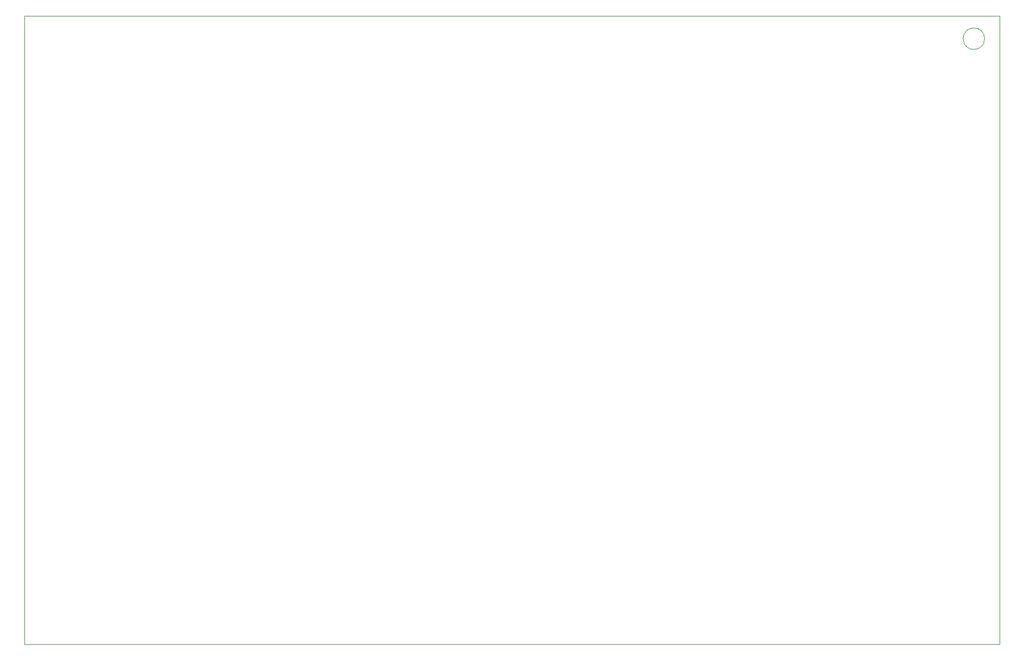
<source format=gbr>
%TF.GenerationSoftware,KiCad,Pcbnew,9.0.1*%
%TF.CreationDate,2025-04-15T15:16:39+02:00*%
%TF.ProjectId,lcd,6c63642e-6b69-4636-9164-5f7063625858,rev?*%
%TF.SameCoordinates,Original*%
%TF.FileFunction,Profile,NP*%
%FSLAX46Y46*%
G04 Gerber Fmt 4.6, Leading zero omitted, Abs format (unit mm)*
G04 Created by KiCad (PCBNEW 9.0.1) date 2025-04-15 15:16:39*
%MOMM*%
%LPD*%
G01*
G04 APERTURE LIST*
%TA.AperFunction,Profile*%
%ADD10C,0.050000*%
%TD*%
G04 APERTURE END LIST*
D10*
X216750000Y-57150000D02*
G75*
G02*
X213550000Y-57150000I-1600000J0D01*
G01*
X213550000Y-57150000D02*
G75*
G02*
X216750000Y-57150000I1600000J0D01*
G01*
X73550000Y-53750000D02*
X218950000Y-53750000D01*
X218950000Y-147550000D01*
X73550000Y-147550000D01*
X73550000Y-53750000D01*
M02*

</source>
